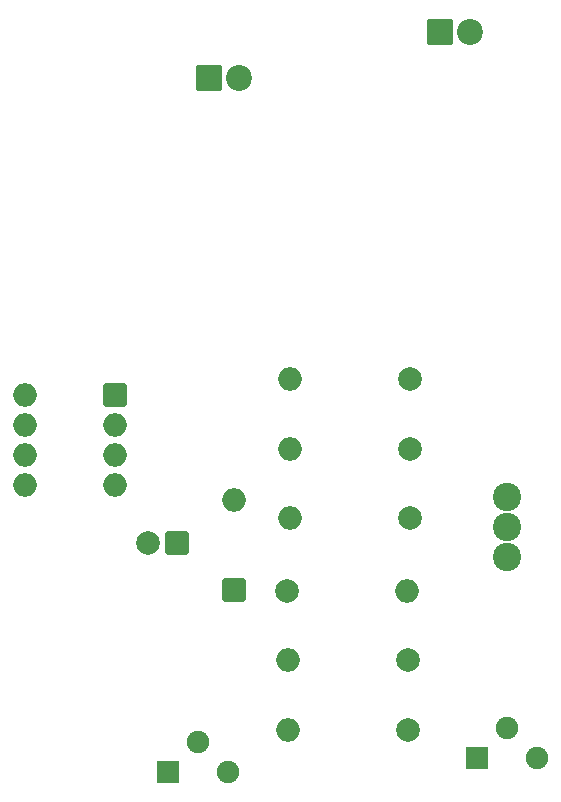
<source format=gbr>
%TF.GenerationSoftware,KiCad,Pcbnew,8.0.1*%
%TF.CreationDate,2024-04-02T10:22:41+02:00*%
%TF.ProjectId,KatzeV2,4b61747a-6556-4322-9e6b-696361645f70,rev?*%
%TF.SameCoordinates,Original*%
%TF.FileFunction,Soldermask,Top*%
%TF.FilePolarity,Negative*%
%FSLAX46Y46*%
G04 Gerber Fmt 4.6, Leading zero omitted, Abs format (unit mm)*
G04 Created by KiCad (PCBNEW 8.0.1) date 2024-04-02 10:22:41*
%MOMM*%
%LPD*%
G01*
G04 APERTURE LIST*
G04 Aperture macros list*
%AMRoundRect*
0 Rectangle with rounded corners*
0 $1 Rounding radius*
0 $2 $3 $4 $5 $6 $7 $8 $9 X,Y pos of 4 corners*
0 Add a 4 corners polygon primitive as box body*
4,1,4,$2,$3,$4,$5,$6,$7,$8,$9,$2,$3,0*
0 Add four circle primitives for the rounded corners*
1,1,$1+$1,$2,$3*
1,1,$1+$1,$4,$5*
1,1,$1+$1,$6,$7*
1,1,$1+$1,$8,$9*
0 Add four rect primitives between the rounded corners*
20,1,$1+$1,$2,$3,$4,$5,0*
20,1,$1+$1,$4,$5,$6,$7,0*
20,1,$1+$1,$6,$7,$8,$9,0*
20,1,$1+$1,$8,$9,$2,$3,0*%
G04 Aperture macros list end*
%ADD10RoundRect,0.200000X-0.900000X-0.900000X0.900000X-0.900000X0.900000X0.900000X-0.900000X0.900000X0*%
%ADD11C,2.200000*%
%ADD12RoundRect,0.200000X-0.750000X-0.750000X0.750000X-0.750000X0.750000X0.750000X-0.750000X0.750000X0*%
%ADD13C,1.900000*%
%ADD14C,2.000000*%
%ADD15O,2.000000X2.000000*%
%ADD16RoundRect,0.200000X0.800000X-0.800000X0.800000X0.800000X-0.800000X0.800000X-0.800000X-0.800000X0*%
%ADD17C,2.400000*%
%ADD18RoundRect,0.200000X0.800000X0.800000X-0.800000X0.800000X-0.800000X-0.800000X0.800000X-0.800000X0*%
G04 APERTURE END LIST*
D10*
%TO.C,D2*%
X100425000Y-61415000D03*
D11*
X102965000Y-61415000D03*
%TD*%
D12*
%TO.C,Q2*%
X77410000Y-124040000D03*
D13*
X79950000Y-121500000D03*
X82490000Y-124040000D03*
%TD*%
D12*
%TO.C,Q1*%
X103520000Y-122910000D03*
D13*
X106060000Y-120370000D03*
X108600000Y-122910000D03*
%TD*%
D10*
%TO.C,D1*%
X80825000Y-65315000D03*
D11*
X83365000Y-65315000D03*
%TD*%
D14*
%TO.C,R6*%
X97860000Y-90815000D03*
D15*
X87700000Y-90815000D03*
%TD*%
D14*
%TO.C,R3*%
X87483760Y-108731600D03*
D15*
X97643760Y-108731600D03*
%TD*%
D16*
%TO.C,D3*%
X82950000Y-108665000D03*
D15*
X82950000Y-101045000D03*
%TD*%
D17*
%TO.C,S1*%
X106100000Y-100815000D03*
X106100000Y-103355000D03*
X106100000Y-105895000D03*
%TD*%
D14*
%TO.C,R5*%
X97660000Y-120487200D03*
D15*
X87500000Y-120487200D03*
%TD*%
D14*
%TO.C,R2on2*%
X97860000Y-102570600D03*
D15*
X87700000Y-102570600D03*
%TD*%
D14*
%TO.C,R1off1*%
X97860000Y-96692800D03*
D15*
X87700000Y-96692800D03*
%TD*%
D14*
%TO.C,R4*%
X97660000Y-114609400D03*
D15*
X87500000Y-114609400D03*
%TD*%
D18*
%TO.C,U1*%
X72900000Y-92145000D03*
D15*
X72900000Y-94685000D03*
X72900000Y-97225000D03*
X72900000Y-99765000D03*
X65280000Y-99765000D03*
X65280000Y-97225000D03*
X65280000Y-94685000D03*
X65280000Y-92145000D03*
%TD*%
D18*
%TO.C,C1*%
X78150000Y-104665000D03*
D14*
X75650000Y-104665000D03*
%TD*%
M02*

</source>
